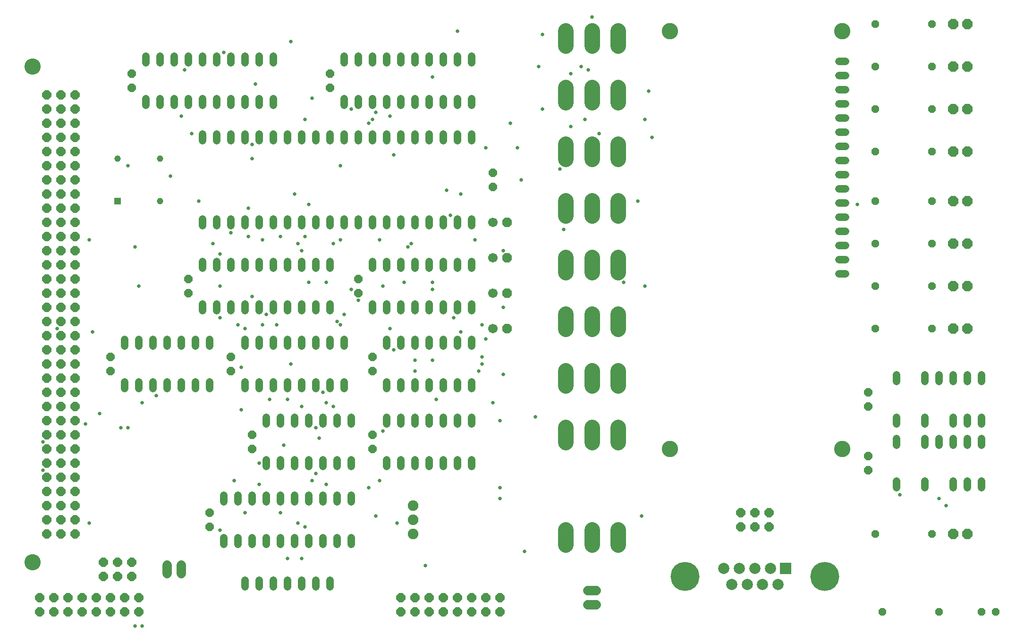
<source format=gbr>
G04 EAGLE Gerber RS-274X export*
G75*
%MOMM*%
%FSLAX34Y34*%
%LPD*%
%INSoldermask Bottom*%
%IPPOS*%
%AMOC8*
5,1,8,0,0,1.08239X$1,22.5*%
G01*
%ADD10P,1.787026X8X202.500000*%
%ADD11C,2.921000*%
%ADD12P,1.457113X8X202.500000*%
%ADD13C,1.346200*%
%ADD14P,1.951982X8X22.500000*%
%ADD15C,2.832100*%
%ADD16P,1.787026X8X22.500000*%
%ADD17C,1.177000*%
%ADD18R,1.177000X1.177000*%
%ADD19C,1.651000*%
%ADD20C,1.327000*%
%ADD21C,2.927000*%
%ADD22C,1.905000*%
%ADD23P,1.842011X8X22.500000*%
%ADD24C,1.701800*%
%ADD25P,1.677055X8X112.500000*%
%ADD26R,2.006600X2.006600*%
%ADD27C,2.006600*%
%ADD28C,5.207000*%
%ADD29C,0.635000*%


D10*
X50800Y177800D03*
X50800Y203200D03*
X50800Y228600D03*
X50800Y254000D03*
X50800Y279400D03*
X50800Y304800D03*
X50800Y330200D03*
X50800Y355600D03*
X50800Y381000D03*
X50800Y406400D03*
X50800Y431800D03*
X50800Y457200D03*
X50800Y482600D03*
X50800Y508000D03*
X50800Y533400D03*
X50800Y558800D03*
X76200Y177800D03*
X76200Y203200D03*
X76200Y228600D03*
X76200Y254000D03*
X76200Y279400D03*
X76200Y304800D03*
X76200Y330200D03*
X76200Y355600D03*
X76200Y381000D03*
X76200Y406400D03*
X76200Y431800D03*
X76200Y457200D03*
X76200Y482600D03*
X76200Y508000D03*
X76200Y533400D03*
X76200Y558800D03*
X101600Y177800D03*
X101600Y203200D03*
X101600Y228600D03*
X101600Y254000D03*
X101600Y279400D03*
X101600Y304800D03*
X101600Y330200D03*
X101600Y355600D03*
X101600Y381000D03*
X101600Y406400D03*
X101600Y431800D03*
X101600Y457200D03*
X101600Y482600D03*
X101600Y508000D03*
X101600Y533400D03*
X101600Y558800D03*
X50800Y584200D03*
X50800Y609600D03*
X50800Y635000D03*
X50800Y660400D03*
X50800Y685800D03*
X50800Y711200D03*
X50800Y736600D03*
X50800Y762000D03*
X50800Y787400D03*
X50800Y812800D03*
X50800Y838200D03*
X50800Y863600D03*
X50800Y889000D03*
X50800Y914400D03*
X50800Y939800D03*
X50800Y965200D03*
X76200Y584200D03*
X76200Y609600D03*
X76200Y635000D03*
X76200Y660400D03*
X76200Y685800D03*
X76200Y711200D03*
X76200Y736600D03*
X76200Y762000D03*
X76200Y787400D03*
X76200Y812800D03*
X76200Y838200D03*
X76200Y863600D03*
X76200Y889000D03*
X76200Y914400D03*
X76200Y939800D03*
X76200Y965200D03*
X101600Y584200D03*
X101600Y609600D03*
X101600Y635000D03*
X101600Y660400D03*
X101600Y685800D03*
X101600Y711200D03*
X101600Y736600D03*
X101600Y762000D03*
X101600Y787400D03*
X101600Y812800D03*
X101600Y838200D03*
X101600Y863600D03*
X101600Y889000D03*
X101600Y914400D03*
X101600Y939800D03*
X101600Y965200D03*
D11*
X25400Y1016064D03*
X25400Y126936D03*
D12*
X1752600Y38100D03*
X1727200Y38100D03*
X1651000Y38100D03*
X1549400Y38100D03*
D13*
X330200Y730504D02*
X330200Y742696D01*
X355600Y742696D02*
X355600Y730504D01*
X482600Y730504D02*
X482600Y742696D01*
X508000Y742696D02*
X508000Y730504D01*
X381000Y730504D02*
X381000Y742696D01*
X406400Y742696D02*
X406400Y730504D01*
X457200Y730504D02*
X457200Y742696D01*
X431800Y742696D02*
X431800Y730504D01*
X533400Y730504D02*
X533400Y742696D01*
X558800Y742696D02*
X558800Y730504D01*
X584200Y730504D02*
X584200Y742696D01*
X609600Y742696D02*
X609600Y730504D01*
X635000Y730504D02*
X635000Y742696D01*
X660400Y742696D02*
X660400Y730504D01*
X685800Y730504D02*
X685800Y742696D01*
X711200Y742696D02*
X711200Y730504D01*
X736600Y730504D02*
X736600Y742696D01*
X762000Y742696D02*
X762000Y730504D01*
X787400Y730504D02*
X787400Y742696D01*
X812800Y742696D02*
X812800Y730504D01*
X812800Y882904D02*
X812800Y895096D01*
X787400Y895096D02*
X787400Y882904D01*
X762000Y882904D02*
X762000Y895096D01*
X736600Y895096D02*
X736600Y882904D01*
X711200Y882904D02*
X711200Y895096D01*
X685800Y895096D02*
X685800Y882904D01*
X660400Y882904D02*
X660400Y895096D01*
X635000Y895096D02*
X635000Y882904D01*
X609600Y882904D02*
X609600Y895096D01*
X584200Y895096D02*
X584200Y882904D01*
X558800Y882904D02*
X558800Y895096D01*
X533400Y895096D02*
X533400Y882904D01*
X508000Y882904D02*
X508000Y895096D01*
X482600Y895096D02*
X482600Y882904D01*
X457200Y882904D02*
X457200Y895096D01*
X431800Y895096D02*
X431800Y882904D01*
X406400Y882904D02*
X406400Y895096D01*
X381000Y895096D02*
X381000Y882904D01*
X355600Y882904D02*
X355600Y895096D01*
X330200Y895096D02*
X330200Y882904D01*
X635000Y590296D02*
X635000Y578104D01*
X660400Y578104D02*
X660400Y590296D01*
X787400Y590296D02*
X787400Y578104D01*
X812800Y578104D02*
X812800Y590296D01*
X685800Y590296D02*
X685800Y578104D01*
X711200Y578104D02*
X711200Y590296D01*
X762000Y590296D02*
X762000Y578104D01*
X736600Y578104D02*
X736600Y590296D01*
X812800Y654304D02*
X812800Y666496D01*
X787400Y666496D02*
X787400Y654304D01*
X762000Y654304D02*
X762000Y666496D01*
X736600Y666496D02*
X736600Y654304D01*
X711200Y654304D02*
X711200Y666496D01*
X685800Y666496D02*
X685800Y654304D01*
X660400Y654304D02*
X660400Y666496D01*
X635000Y666496D02*
X635000Y654304D01*
D14*
X1676400Y177800D03*
X1701800Y177800D03*
D15*
X1075690Y342075D02*
X1075690Y369126D01*
X1028700Y369126D02*
X1028700Y342075D01*
X981710Y342075D02*
X981710Y369126D01*
X1075690Y443675D02*
X1075690Y470726D01*
X1028700Y470726D02*
X1028700Y443675D01*
X981710Y443675D02*
X981710Y470726D01*
X1075690Y545275D02*
X1075690Y572326D01*
X1028700Y572326D02*
X1028700Y545275D01*
X981710Y545275D02*
X981710Y572326D01*
X1075690Y646875D02*
X1075690Y673926D01*
X1028700Y673926D02*
X1028700Y646875D01*
X981710Y646875D02*
X981710Y673926D01*
X1075690Y748475D02*
X1075690Y775526D01*
X1028700Y775526D02*
X1028700Y748475D01*
X981710Y748475D02*
X981710Y775526D01*
X1075690Y850075D02*
X1075690Y877126D01*
X1028700Y877126D02*
X1028700Y850075D01*
X981710Y850075D02*
X981710Y877126D01*
X1075690Y951675D02*
X1075690Y978726D01*
X1028700Y978726D02*
X1028700Y951675D01*
X981710Y951675D02*
X981710Y978726D01*
X1075690Y1053275D02*
X1075690Y1080326D01*
X1028700Y1080326D02*
X1028700Y1053275D01*
X981710Y1053275D02*
X981710Y1080326D01*
D13*
X228600Y958596D02*
X228600Y946404D01*
X254000Y946404D02*
X254000Y958596D01*
X381000Y958596D02*
X381000Y946404D01*
X406400Y946404D02*
X406400Y958596D01*
X279400Y958596D02*
X279400Y946404D01*
X304800Y946404D02*
X304800Y958596D01*
X355600Y958596D02*
X355600Y946404D01*
X330200Y946404D02*
X330200Y958596D01*
X431800Y958596D02*
X431800Y946404D01*
X457200Y946404D02*
X457200Y958596D01*
X457200Y1022604D02*
X457200Y1034796D01*
X431800Y1034796D02*
X431800Y1022604D01*
X406400Y1022604D02*
X406400Y1034796D01*
X381000Y1034796D02*
X381000Y1022604D01*
X355600Y1022604D02*
X355600Y1034796D01*
X330200Y1034796D02*
X330200Y1022604D01*
X304800Y1022604D02*
X304800Y1034796D01*
X279400Y1034796D02*
X279400Y1022604D01*
X254000Y1022604D02*
X254000Y1034796D01*
X228600Y1034796D02*
X228600Y1022604D01*
D12*
X1638300Y177800D03*
X1536700Y177800D03*
D14*
X1676400Y546100D03*
X1701800Y546100D03*
X1676400Y622300D03*
X1701800Y622300D03*
X1676400Y698500D03*
X1701800Y698500D03*
X1676400Y774700D03*
X1701800Y774700D03*
X1676400Y863600D03*
X1701800Y863600D03*
X1676400Y939800D03*
X1701800Y939800D03*
X1676400Y1016000D03*
X1701800Y1016000D03*
X1676400Y1092200D03*
X1701800Y1092200D03*
D12*
X1638300Y546100D03*
X1536700Y546100D03*
X1638300Y622300D03*
X1536700Y622300D03*
X1638300Y698500D03*
X1536700Y698500D03*
X1638300Y774700D03*
X1536700Y774700D03*
X1638300Y863600D03*
X1536700Y863600D03*
X1638300Y939800D03*
X1536700Y939800D03*
X1638300Y1016000D03*
X1536700Y1016000D03*
X1638300Y1092200D03*
X1536700Y1092200D03*
D13*
X330200Y590296D02*
X330200Y578104D01*
X355600Y578104D02*
X355600Y590296D01*
X482600Y590296D02*
X482600Y578104D01*
X508000Y578104D02*
X508000Y590296D01*
X381000Y590296D02*
X381000Y578104D01*
X406400Y578104D02*
X406400Y590296D01*
X457200Y590296D02*
X457200Y578104D01*
X431800Y578104D02*
X431800Y590296D01*
X533400Y590296D02*
X533400Y578104D01*
X558800Y578104D02*
X558800Y590296D01*
X558800Y654304D02*
X558800Y666496D01*
X533400Y666496D02*
X533400Y654304D01*
X508000Y654304D02*
X508000Y666496D01*
X482600Y666496D02*
X482600Y654304D01*
X457200Y654304D02*
X457200Y666496D01*
X431800Y666496D02*
X431800Y654304D01*
X406400Y654304D02*
X406400Y666496D01*
X381000Y666496D02*
X381000Y654304D01*
X355600Y654304D02*
X355600Y666496D01*
X330200Y666496D02*
X330200Y654304D01*
X406400Y450596D02*
X406400Y438404D01*
X431800Y438404D02*
X431800Y450596D01*
X558800Y450596D02*
X558800Y438404D01*
X584200Y438404D02*
X584200Y450596D01*
X457200Y450596D02*
X457200Y438404D01*
X482600Y438404D02*
X482600Y450596D01*
X533400Y450596D02*
X533400Y438404D01*
X508000Y438404D02*
X508000Y450596D01*
X584200Y514604D02*
X584200Y526796D01*
X558800Y526796D02*
X558800Y514604D01*
X533400Y514604D02*
X533400Y526796D01*
X508000Y526796D02*
X508000Y514604D01*
X482600Y514604D02*
X482600Y526796D01*
X457200Y526796D02*
X457200Y514604D01*
X431800Y514604D02*
X431800Y526796D01*
X406400Y526796D02*
X406400Y514604D01*
D16*
X152400Y101600D03*
X152400Y127000D03*
X177800Y101600D03*
X177800Y127000D03*
X203200Y101600D03*
X203200Y127000D03*
D17*
X177800Y850900D03*
X254000Y850900D03*
X254000Y774700D03*
D18*
X177800Y774700D03*
D15*
X1075690Y184976D02*
X1075690Y157925D01*
X1028700Y157925D02*
X1028700Y184976D01*
X981710Y184976D02*
X981710Y157925D01*
D19*
X1021080Y50800D02*
X1036320Y50800D01*
X1036320Y76200D02*
X1021080Y76200D01*
D20*
X1471600Y1024900D02*
X1483600Y1024900D01*
X1483600Y999500D02*
X1471600Y999500D01*
X1471600Y974100D02*
X1483600Y974100D01*
X1483600Y948700D02*
X1471600Y948700D01*
X1471600Y923300D02*
X1483600Y923300D01*
X1483600Y897900D02*
X1471600Y897900D01*
X1471600Y872500D02*
X1483600Y872500D01*
X1483600Y847100D02*
X1471600Y847100D01*
X1471600Y821700D02*
X1483600Y821700D01*
X1483600Y796300D02*
X1471600Y796300D01*
X1471600Y770900D02*
X1483600Y770900D01*
X1483600Y745500D02*
X1471600Y745500D01*
X1471600Y720100D02*
X1483600Y720100D01*
X1483600Y694700D02*
X1471600Y694700D01*
X1471600Y669300D02*
X1483600Y669300D01*
X1483600Y643900D02*
X1471600Y643900D01*
D21*
X1168400Y1079500D03*
X1477600Y1079500D03*
X1477600Y330300D03*
X1168400Y330300D03*
D13*
X584200Y946404D02*
X584200Y958596D01*
X609600Y958596D02*
X609600Y946404D01*
X736600Y946404D02*
X736600Y958596D01*
X762000Y958596D02*
X762000Y946404D01*
X635000Y946404D02*
X635000Y958596D01*
X660400Y958596D02*
X660400Y946404D01*
X711200Y946404D02*
X711200Y958596D01*
X685800Y958596D02*
X685800Y946404D01*
X787400Y946404D02*
X787400Y958596D01*
X812800Y958596D02*
X812800Y946404D01*
X812800Y1022604D02*
X812800Y1034796D01*
X787400Y1034796D02*
X787400Y1022604D01*
X762000Y1022604D02*
X762000Y1034796D01*
X736600Y1034796D02*
X736600Y1022604D01*
X711200Y1022604D02*
X711200Y1034796D01*
X685800Y1034796D02*
X685800Y1022604D01*
X660400Y1022604D02*
X660400Y1034796D01*
X635000Y1034796D02*
X635000Y1022604D01*
X609600Y1022604D02*
X609600Y1034796D01*
X584200Y1034796D02*
X584200Y1022604D01*
X660400Y310896D02*
X660400Y298704D01*
X685800Y298704D02*
X685800Y310896D01*
X812800Y310896D02*
X812800Y298704D01*
X812800Y374904D02*
X812800Y387096D01*
X711200Y310896D02*
X711200Y298704D01*
X736600Y298704D02*
X736600Y310896D01*
X787400Y310896D02*
X787400Y298704D01*
X762000Y298704D02*
X762000Y310896D01*
X787400Y374904D02*
X787400Y387096D01*
X762000Y387096D02*
X762000Y374904D01*
X736600Y374904D02*
X736600Y387096D01*
X711200Y387096D02*
X711200Y374904D01*
X685800Y374904D02*
X685800Y387096D01*
X660400Y387096D02*
X660400Y374904D01*
D10*
X215900Y63500D03*
X215900Y38100D03*
X190500Y63500D03*
X190500Y38100D03*
X165100Y63500D03*
X165100Y38100D03*
X139700Y63500D03*
X139700Y38100D03*
X114300Y63500D03*
X114300Y38100D03*
X88900Y63500D03*
X88900Y38100D03*
X63500Y63500D03*
X63500Y38100D03*
X38100Y63500D03*
X38100Y38100D03*
D22*
X708025Y203200D03*
X708025Y228600D03*
X708025Y177800D03*
D10*
X863600Y63500D03*
X863600Y38100D03*
X838200Y63500D03*
X838200Y38100D03*
X812800Y63500D03*
X812800Y38100D03*
X787400Y63500D03*
X787400Y38100D03*
X762000Y63500D03*
X762000Y38100D03*
X736600Y63500D03*
X736600Y38100D03*
X711200Y63500D03*
X711200Y38100D03*
X685800Y63500D03*
X685800Y38100D03*
D13*
X444500Y298704D02*
X444500Y310896D01*
X469900Y310896D02*
X469900Y298704D01*
X596900Y298704D02*
X596900Y310896D01*
X596900Y374904D02*
X596900Y387096D01*
X495300Y310896D02*
X495300Y298704D01*
X520700Y298704D02*
X520700Y310896D01*
X571500Y310896D02*
X571500Y298704D01*
X546100Y298704D02*
X546100Y310896D01*
X571500Y374904D02*
X571500Y387096D01*
X546100Y387096D02*
X546100Y374904D01*
X520700Y374904D02*
X520700Y387096D01*
X495300Y387096D02*
X495300Y374904D01*
X469900Y374904D02*
X469900Y387096D01*
X444500Y387096D02*
X444500Y374904D01*
D23*
X876300Y673100D03*
D24*
X850900Y673100D03*
D23*
X876300Y609600D03*
D24*
X850900Y609600D03*
D23*
X876300Y546100D03*
D24*
X850900Y546100D03*
D23*
X876300Y736600D03*
D24*
X850900Y736600D03*
D25*
X1524000Y406400D03*
X1524000Y431800D03*
X1524000Y292100D03*
X1524000Y317500D03*
X850900Y800100D03*
X850900Y825500D03*
X609600Y609600D03*
X609600Y635000D03*
X381000Y469900D03*
X381000Y495300D03*
X635000Y469900D03*
X635000Y495300D03*
X635000Y330200D03*
X635000Y355600D03*
X419100Y330200D03*
X419100Y355600D03*
X304800Y609600D03*
X304800Y635000D03*
X558800Y977900D03*
X558800Y1003300D03*
X203200Y977900D03*
X203200Y1003300D03*
D19*
X266700Y121920D02*
X266700Y106680D01*
X292100Y106680D02*
X292100Y121920D01*
D13*
X660400Y438404D02*
X660400Y450596D01*
X685800Y450596D02*
X685800Y438404D01*
X812800Y438404D02*
X812800Y450596D01*
X812800Y514604D02*
X812800Y526796D01*
X711200Y450596D02*
X711200Y438404D01*
X736600Y438404D02*
X736600Y450596D01*
X787400Y450596D02*
X787400Y438404D01*
X762000Y438404D02*
X762000Y450596D01*
X787400Y514604D02*
X787400Y526796D01*
X762000Y526796D02*
X762000Y514604D01*
X736600Y514604D02*
X736600Y526796D01*
X711200Y526796D02*
X711200Y514604D01*
X685800Y514604D02*
X685800Y526796D01*
X660400Y526796D02*
X660400Y514604D01*
X406400Y94996D02*
X406400Y82804D01*
X431800Y82804D02*
X431800Y94996D01*
X457200Y94996D02*
X457200Y82804D01*
X482600Y82804D02*
X482600Y94996D01*
X508000Y94996D02*
X508000Y82804D01*
X533400Y82804D02*
X533400Y94996D01*
X558800Y94996D02*
X558800Y82804D01*
X368300Y159004D02*
X368300Y171196D01*
X393700Y171196D02*
X393700Y159004D01*
X520700Y159004D02*
X520700Y171196D01*
X546100Y171196D02*
X546100Y159004D01*
X419100Y159004D02*
X419100Y171196D01*
X444500Y171196D02*
X444500Y159004D01*
X495300Y159004D02*
X495300Y171196D01*
X469900Y171196D02*
X469900Y159004D01*
X571500Y159004D02*
X571500Y171196D01*
X596900Y171196D02*
X596900Y159004D01*
X596900Y235204D02*
X596900Y247396D01*
X571500Y247396D02*
X571500Y235204D01*
X546100Y235204D02*
X546100Y247396D01*
X520700Y247396D02*
X520700Y235204D01*
X495300Y235204D02*
X495300Y247396D01*
X469900Y247396D02*
X469900Y235204D01*
X444500Y235204D02*
X444500Y247396D01*
X419100Y247396D02*
X419100Y235204D01*
X393700Y235204D02*
X393700Y247396D01*
X368300Y247396D02*
X368300Y235204D01*
X1727200Y336804D02*
X1727200Y348996D01*
X1701800Y348996D02*
X1701800Y336804D01*
X1676400Y336804D02*
X1676400Y348996D01*
X1651000Y348996D02*
X1651000Y336804D01*
X1625600Y336804D02*
X1625600Y348996D01*
X1574800Y348996D02*
X1574800Y336804D01*
X1574800Y272796D02*
X1574800Y260604D01*
X1625600Y260604D02*
X1625600Y272796D01*
X1676400Y272796D02*
X1676400Y260604D01*
X1701800Y260604D02*
X1701800Y272796D01*
X1727200Y272796D02*
X1727200Y260604D01*
X1727200Y451104D02*
X1727200Y463296D01*
X1701800Y463296D02*
X1701800Y451104D01*
X1676400Y451104D02*
X1676400Y463296D01*
X1651000Y463296D02*
X1651000Y451104D01*
X1625600Y451104D02*
X1625600Y463296D01*
X1574800Y463296D02*
X1574800Y451104D01*
X1574800Y387096D02*
X1574800Y374904D01*
X1625600Y374904D02*
X1625600Y387096D01*
X1676400Y387096D02*
X1676400Y374904D01*
X1701800Y374904D02*
X1701800Y387096D01*
X1727200Y387096D02*
X1727200Y374904D01*
X190500Y438404D02*
X190500Y450596D01*
X215900Y450596D02*
X215900Y438404D01*
X342900Y438404D02*
X342900Y450596D01*
X342900Y514604D02*
X342900Y526796D01*
X241300Y450596D02*
X241300Y438404D01*
X266700Y438404D02*
X266700Y450596D01*
X317500Y450596D02*
X317500Y438404D01*
X292100Y438404D02*
X292100Y450596D01*
X317500Y514604D02*
X317500Y526796D01*
X292100Y526796D02*
X292100Y514604D01*
X266700Y514604D02*
X266700Y526796D01*
X241300Y526796D02*
X241300Y514604D01*
X215900Y514604D02*
X215900Y526796D01*
X190500Y526796D02*
X190500Y514604D01*
D26*
X1376200Y115800D03*
D27*
X1348500Y115800D03*
X1320800Y115800D03*
X1293100Y115800D03*
X1265400Y115800D03*
X1362300Y87400D03*
X1334600Y87400D03*
X1307000Y87400D03*
X1279300Y87400D03*
D28*
X1445800Y101600D03*
X1195800Y101600D03*
D16*
X1295400Y190500D03*
X1295400Y215900D03*
X1320800Y190500D03*
X1320800Y215900D03*
X1346200Y190500D03*
X1346200Y215900D03*
D25*
X342900Y190500D03*
X342900Y215900D03*
X165100Y469900D03*
X165100Y495300D03*
D29*
X527050Y958850D03*
X838200Y869950D03*
X406400Y215900D03*
X641350Y209550D03*
X768350Y793750D03*
X1041400Y895350D03*
X1016000Y920750D03*
X635000Y920750D03*
X361950Y565150D03*
X292100Y927100D03*
X431800Y266700D03*
X44450Y342900D03*
X381000Y717550D03*
X1136650Y889000D03*
X1123950Y920750D03*
X666750Y927100D03*
X514350Y920750D03*
X311150Y895350D03*
X361950Y679450D03*
X793750Y787400D03*
X419100Y603250D03*
X609600Y596900D03*
X412750Y711200D03*
X495300Y787400D03*
X1111250Y774700D03*
X501650Y698500D03*
X438150Y704850D03*
X577850Y704850D03*
X596900Y939800D03*
X977900Y723900D03*
X933450Y1016000D03*
X863600Y241300D03*
X488950Y1060450D03*
X44450Y292100D03*
X412750Y762000D03*
X971550Y831850D03*
X939800Y939800D03*
X469900Y711200D03*
X514350Y190500D03*
X501650Y196850D03*
X349250Y698500D03*
X425450Y984250D03*
X514350Y711200D03*
X508000Y685800D03*
X387350Y273050D03*
X698500Y692150D03*
X127000Y704850D03*
X400050Y400050D03*
X120650Y374650D03*
X431800Y304800D03*
X450850Y419100D03*
X146050Y393700D03*
X711200Y488950D03*
X869950Y463550D03*
X901700Y812800D03*
X1504950Y768350D03*
X127000Y196850D03*
X400050Y476250D03*
X393700Y552450D03*
X787400Y1079500D03*
X927100Y387350D03*
X298450Y1009650D03*
X1028700Y1104900D03*
X368300Y1041400D03*
X1022350Y1009650D03*
X419100Y876300D03*
X990600Y908050D03*
X990600Y1003300D03*
X939800Y1073150D03*
X1009650Y1016000D03*
X209550Y692150D03*
X419100Y850900D03*
X869950Y685800D03*
X895350Y869950D03*
X520700Y768350D03*
X463550Y552450D03*
X577850Y552450D03*
X584200Y571500D03*
X438150Y552450D03*
X831850Y552450D03*
X838200Y527050D03*
X361950Y622300D03*
X654050Y622300D03*
X673100Y508000D03*
X482600Y419100D03*
X222250Y412750D03*
X533400Y368300D03*
X196850Y368300D03*
X406400Y546100D03*
X69850Y546100D03*
X546100Y431800D03*
X247650Y425450D03*
X793750Y539750D03*
X831850Y495300D03*
X209550Y12700D03*
X552450Y412750D03*
X850900Y412750D03*
X222250Y12700D03*
X596900Y615950D03*
X215900Y622300D03*
X488950Y482600D03*
X711200Y469900D03*
X133350Y539750D03*
X527050Y273050D03*
X647700Y273050D03*
X825500Y469900D03*
X533400Y285750D03*
X730250Y120650D03*
X444500Y571500D03*
X781050Y565150D03*
X571500Y558800D03*
X863600Y381000D03*
X476250Y336550D03*
X628650Y914400D03*
X882650Y914400D03*
X863600Y260350D03*
X552450Y266700D03*
X539750Y349250D03*
X184150Y368300D03*
X196850Y838200D03*
X673100Y857250D03*
X742950Y996950D03*
X641350Y933450D03*
X1130300Y971550D03*
X1117600Y209550D03*
X742950Y488950D03*
X831850Y482600D03*
X565150Y406400D03*
X749300Y419100D03*
X508000Y406400D03*
X654050Y361950D03*
X323850Y774700D03*
X565150Y698500D03*
X704850Y698500D03*
X742950Y628650D03*
X1085850Y628650D03*
X577850Y838200D03*
X273050Y819150D03*
X869950Y584200D03*
X742950Y615950D03*
X692150Y628650D03*
X647700Y704850D03*
X819150Y704850D03*
X666750Y546100D03*
X774700Y749300D03*
X679450Y196850D03*
X361950Y184150D03*
X520700Y628650D03*
X552450Y628650D03*
X1651000Y241300D03*
X482600Y133350D03*
X508000Y133350D03*
X1663700Y228600D03*
X1581150Y247650D03*
X628650Y260350D03*
X908050Y146050D03*
X469900Y215900D03*
X1123950Y622300D03*
M02*

</source>
